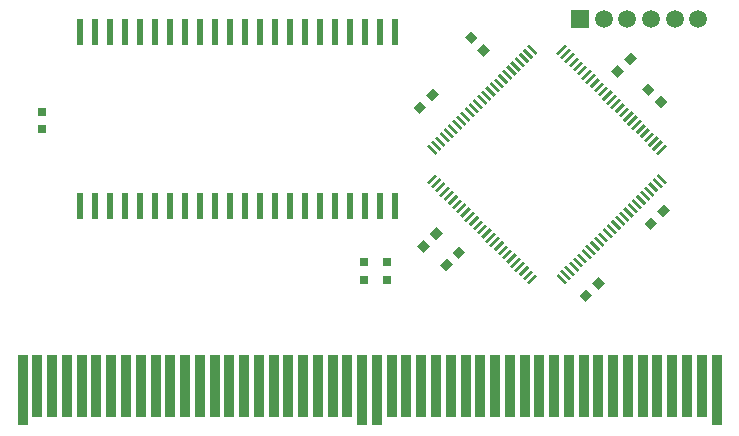
<source format=gbr>
%TF.GenerationSoftware,KiCad,Pcbnew,(5.99.0-1468-g7e1294a4b)*%
%TF.CreationDate,2020-09-06T10:14:52+02:00*%
%TF.ProjectId,WonderSwan_32MB,576f6e64-6572-4537-9761-6e5f33324d42,rev?*%
%TF.SameCoordinates,PX87734b0PY5d70e60*%
%TF.FileFunction,Paste,Top*%
%TF.FilePolarity,Positive*%
%FSLAX46Y46*%
G04 Gerber Fmt 4.6, Leading zero omitted, Abs format (unit mm)*
G04 Created by KiCad (PCBNEW (5.99.0-1468-g7e1294a4b)) date 2020-09-06 10:14:52*
%MOMM*%
%LPD*%
G01*
G04 APERTURE LIST*
%ADD10R,0.750000X0.800000*%
%ADD11R,0.600000X2.200000*%
%ADD12C,1.500000*%
%ADD13R,1.500000X1.500000*%
%ADD14R,0.850900X5.999480*%
%ADD15R,0.850900X5.250180*%
G04 APERTURE END LIST*
D10*
X-455000Y-8745000D03*
X-455000Y-7245000D03*
X-2430000Y-7245000D03*
X-2430000Y-8745000D03*
X-29705000Y4005000D03*
X-29705000Y5505000D03*
G36*
X2281992Y5321662D02*
G01*
X1751662Y5851992D01*
X2317348Y6417678D01*
X2847678Y5887348D01*
X2281992Y5321662D01*
G37*
G36*
X3342652Y6382322D02*
G01*
X2812322Y6912652D01*
X3378008Y7478338D01*
X3908338Y6948008D01*
X3342652Y6382322D01*
G37*
G36*
X7152322Y10742348D02*
G01*
X7682652Y11272678D01*
X8248338Y10706992D01*
X7718008Y10176662D01*
X7152322Y10742348D01*
G37*
G36*
X6091662Y11803008D02*
G01*
X6621992Y12333338D01*
X7187678Y11767652D01*
X6657348Y11237322D01*
X6091662Y11803008D01*
G37*
G36*
X20148008Y10538338D02*
G01*
X20678338Y10008008D01*
X20112652Y9442322D01*
X19582322Y9972652D01*
X20148008Y10538338D01*
G37*
G36*
X19087348Y9477678D02*
G01*
X19617678Y8947348D01*
X19051992Y8381662D01*
X18521662Y8911992D01*
X19087348Y9477678D01*
G37*
G36*
X22152322Y6357348D02*
G01*
X22682652Y6887678D01*
X23248338Y6321992D01*
X22718008Y5791662D01*
X22152322Y6357348D01*
G37*
G36*
X21091662Y7418008D02*
G01*
X21621992Y7948338D01*
X22187678Y7382652D01*
X21657348Y6852322D01*
X21091662Y7418008D01*
G37*
G36*
X22902652Y-3437678D02*
G01*
X22372322Y-2907348D01*
X22938008Y-2341662D01*
X23468338Y-2871992D01*
X22902652Y-3437678D01*
G37*
G36*
X21841992Y-4498338D02*
G01*
X21311662Y-3968008D01*
X21877348Y-3402322D01*
X22407678Y-3932652D01*
X21841992Y-4498338D01*
G37*
G36*
X16341992Y-10618338D02*
G01*
X15811662Y-10088008D01*
X16377348Y-9522322D01*
X16907678Y-10052652D01*
X16341992Y-10618338D01*
G37*
G36*
X17402652Y-9557678D02*
G01*
X16872322Y-9027348D01*
X17438008Y-8461662D01*
X17968338Y-8991992D01*
X17402652Y-9557678D01*
G37*
G36*
X4567348Y-6922322D02*
G01*
X5097678Y-7452652D01*
X4531992Y-8018338D01*
X4001662Y-7488008D01*
X4567348Y-6922322D01*
G37*
G36*
X5628008Y-5861662D02*
G01*
X6158338Y-6391992D01*
X5592652Y-6957678D01*
X5062322Y-6427348D01*
X5628008Y-5861662D01*
G37*
G36*
X22312624Y85133D02*
G01*
X22492229Y264738D01*
X23210650Y-453683D01*
X23031045Y-633288D01*
X22312624Y85133D01*
G37*
G36*
X13835262Y-8392229D02*
G01*
X14014867Y-8212624D01*
X14733288Y-8931045D01*
X14553683Y-9110650D01*
X13835262Y-8392229D01*
G37*
G36*
X14194473Y-8033019D02*
G01*
X14374078Y-7853414D01*
X15092499Y-8571835D01*
X14912894Y-8751440D01*
X14194473Y-8033019D01*
G37*
G36*
X14535722Y-7691769D02*
G01*
X14715327Y-7512164D01*
X15433748Y-8230585D01*
X15254143Y-8410190D01*
X14535722Y-7691769D01*
G37*
G36*
X14894933Y-7332559D02*
G01*
X15074538Y-7152954D01*
X15792959Y-7871375D01*
X15613354Y-8050980D01*
X14894933Y-7332559D01*
G37*
G36*
X15254143Y-6973349D02*
G01*
X15433748Y-6793744D01*
X16152169Y-7512165D01*
X15972564Y-7691770D01*
X15254143Y-6973349D01*
G37*
G36*
X15595393Y-6632099D02*
G01*
X15774998Y-6452494D01*
X16493419Y-7170915D01*
X16313814Y-7350520D01*
X15595393Y-6632099D01*
G37*
G36*
X15954603Y-6272889D02*
G01*
X16134208Y-6093284D01*
X16852629Y-6811705D01*
X16673024Y-6991310D01*
X15954603Y-6272889D01*
G37*
G36*
X16313813Y-5913678D02*
G01*
X16493418Y-5734073D01*
X17211839Y-6452494D01*
X17032234Y-6632099D01*
X16313813Y-5913678D01*
G37*
G36*
X16655063Y-5572429D02*
G01*
X16834668Y-5392824D01*
X17553089Y-6111245D01*
X17373484Y-6290850D01*
X16655063Y-5572429D01*
G37*
G36*
X17014273Y-5213218D02*
G01*
X17193878Y-5033613D01*
X17912299Y-5752034D01*
X17732694Y-5931639D01*
X17014273Y-5213218D01*
G37*
G36*
X17373483Y-4854008D02*
G01*
X17553088Y-4674403D01*
X18271509Y-5392824D01*
X18091904Y-5572429D01*
X17373483Y-4854008D01*
G37*
G36*
X17732694Y-4494798D02*
G01*
X17912299Y-4315193D01*
X18630720Y-5033614D01*
X18451115Y-5213219D01*
X17732694Y-4494798D01*
G37*
G36*
X18073943Y-4153548D02*
G01*
X18253548Y-3973943D01*
X18971969Y-4692364D01*
X18792364Y-4871969D01*
X18073943Y-4153548D01*
G37*
G36*
X18433153Y-3794338D02*
G01*
X18612758Y-3614733D01*
X19331179Y-4333154D01*
X19151574Y-4512759D01*
X18433153Y-3794338D01*
G37*
G36*
X18792364Y-3435128D02*
G01*
X18971969Y-3255523D01*
X19690390Y-3973944D01*
X19510785Y-4153549D01*
X18792364Y-3435128D01*
G37*
G36*
X19133613Y-3093878D02*
G01*
X19313218Y-2914273D01*
X20031639Y-3632694D01*
X19852034Y-3812299D01*
X19133613Y-3093878D01*
G37*
G36*
X19492824Y-2734668D02*
G01*
X19672429Y-2555063D01*
X20390850Y-3273484D01*
X20211245Y-3453089D01*
X19492824Y-2734668D01*
G37*
G36*
X19852034Y-2375458D02*
G01*
X20031639Y-2195853D01*
X20750060Y-2914274D01*
X20570455Y-3093879D01*
X19852034Y-2375458D01*
G37*
G36*
X20193284Y-2034208D02*
G01*
X20372889Y-1854603D01*
X21091310Y-2573024D01*
X20911705Y-2752629D01*
X20193284Y-2034208D01*
G37*
G36*
X20552494Y-1674998D02*
G01*
X20732099Y-1495393D01*
X21450520Y-2213814D01*
X21270915Y-2393419D01*
X20552494Y-1674998D01*
G37*
G36*
X20911704Y-1315787D02*
G01*
X21091309Y-1136182D01*
X21809730Y-1854603D01*
X21630125Y-2034208D01*
X20911704Y-1315787D01*
G37*
G36*
X21252954Y-974538D02*
G01*
X21432559Y-794933D01*
X22150980Y-1513354D01*
X21971375Y-1692959D01*
X21252954Y-974538D01*
G37*
G36*
X21612164Y-615327D02*
G01*
X21791769Y-435722D01*
X22510190Y-1154143D01*
X22330585Y-1333748D01*
X21612164Y-615327D01*
G37*
G36*
X21971374Y-256117D02*
G01*
X22150979Y-76512D01*
X22869400Y-794933D01*
X22689795Y-974538D01*
X21971374Y-256117D01*
G37*
G36*
X11356712Y-8931045D02*
G01*
X12075133Y-8212624D01*
X12254738Y-8392229D01*
X11536317Y-9110650D01*
X11356712Y-8931045D01*
G37*
G36*
X2879350Y-453683D02*
G01*
X3597771Y264738D01*
X3777376Y85133D01*
X3058955Y-633288D01*
X2879350Y-453683D01*
G37*
G36*
X3238560Y-812894D02*
G01*
X3956981Y-94473D01*
X4136586Y-274078D01*
X3418165Y-992499D01*
X3238560Y-812894D01*
G37*
G36*
X3579810Y-1154143D02*
G01*
X4298231Y-435722D01*
X4477836Y-615327D01*
X3759415Y-1333748D01*
X3579810Y-1154143D01*
G37*
G36*
X3939020Y-1513354D02*
G01*
X4657441Y-794933D01*
X4837046Y-974538D01*
X4118625Y-1692959D01*
X3939020Y-1513354D01*
G37*
G36*
X4298230Y-1872564D02*
G01*
X5016651Y-1154143D01*
X5196256Y-1333748D01*
X4477835Y-2052169D01*
X4298230Y-1872564D01*
G37*
G36*
X4639480Y-2213814D02*
G01*
X5357901Y-1495393D01*
X5537506Y-1674998D01*
X4819085Y-2393419D01*
X4639480Y-2213814D01*
G37*
G36*
X4998690Y-2573024D02*
G01*
X5717111Y-1854603D01*
X5896716Y-2034208D01*
X5178295Y-2752629D01*
X4998690Y-2573024D01*
G37*
G36*
X5357901Y-2932234D02*
G01*
X6076322Y-2213813D01*
X6255927Y-2393418D01*
X5537506Y-3111839D01*
X5357901Y-2932234D01*
G37*
G36*
X5699150Y-3273484D02*
G01*
X6417571Y-2555063D01*
X6597176Y-2734668D01*
X5878755Y-3453089D01*
X5699150Y-3273484D01*
G37*
G36*
X6058361Y-3632694D02*
G01*
X6776782Y-2914273D01*
X6956387Y-3093878D01*
X6237966Y-3812299D01*
X6058361Y-3632694D01*
G37*
G36*
X6417571Y-3991904D02*
G01*
X7135992Y-3273483D01*
X7315597Y-3453088D01*
X6597176Y-4171509D01*
X6417571Y-3991904D01*
G37*
G36*
X6776781Y-4351115D02*
G01*
X7495202Y-3632694D01*
X7674807Y-3812299D01*
X6956386Y-4530720D01*
X6776781Y-4351115D01*
G37*
G36*
X7118031Y-4692364D02*
G01*
X7836452Y-3973943D01*
X8016057Y-4153548D01*
X7297636Y-4871969D01*
X7118031Y-4692364D01*
G37*
G36*
X7477241Y-5051574D02*
G01*
X8195662Y-4333153D01*
X8375267Y-4512758D01*
X7656846Y-5231179D01*
X7477241Y-5051574D01*
G37*
G36*
X7836451Y-5410785D02*
G01*
X8554872Y-4692364D01*
X8734477Y-4871969D01*
X8016056Y-5590390D01*
X7836451Y-5410785D01*
G37*
G36*
X8177701Y-5752034D02*
G01*
X8896122Y-5033613D01*
X9075727Y-5213218D01*
X8357306Y-5931639D01*
X8177701Y-5752034D01*
G37*
G36*
X8536911Y-6111245D02*
G01*
X9255332Y-5392824D01*
X9434937Y-5572429D01*
X8716516Y-6290850D01*
X8536911Y-6111245D01*
G37*
G36*
X8896121Y-6470455D02*
G01*
X9614542Y-5752034D01*
X9794147Y-5931639D01*
X9075726Y-6650060D01*
X8896121Y-6470455D01*
G37*
G36*
X9237371Y-6811705D02*
G01*
X9955792Y-6093284D01*
X10135397Y-6272889D01*
X9416976Y-6991310D01*
X9237371Y-6811705D01*
G37*
G36*
X9596581Y-7170915D02*
G01*
X10315002Y-6452494D01*
X10494607Y-6632099D01*
X9776186Y-7350520D01*
X9596581Y-7170915D01*
G37*
G36*
X9955792Y-7530125D02*
G01*
X10674213Y-6811704D01*
X10853818Y-6991309D01*
X10135397Y-7709730D01*
X9955792Y-7530125D01*
G37*
G36*
X10297041Y-7871375D02*
G01*
X11015462Y-7152954D01*
X11195067Y-7332559D01*
X10476646Y-8050980D01*
X10297041Y-7871375D01*
G37*
G36*
X10656252Y-8230585D02*
G01*
X11374673Y-7512164D01*
X11554278Y-7691769D01*
X10835857Y-8410190D01*
X10656252Y-8230585D01*
G37*
G36*
X11015462Y-8589795D02*
G01*
X11733883Y-7871374D01*
X11913488Y-8050979D01*
X11195067Y-8769400D01*
X11015462Y-8589795D01*
G37*
G36*
X22312624Y2024867D02*
G01*
X23031045Y2743288D01*
X23210650Y2563683D01*
X22492229Y1845262D01*
X22312624Y2024867D01*
G37*
G36*
X21953414Y2384078D02*
G01*
X22671835Y3102499D01*
X22851440Y2922894D01*
X22133019Y2204473D01*
X21953414Y2384078D01*
G37*
G36*
X21612164Y2725327D02*
G01*
X22330585Y3443748D01*
X22510190Y3264143D01*
X21791769Y2545722D01*
X21612164Y2725327D01*
G37*
G36*
X21252954Y3084538D02*
G01*
X21971375Y3802959D01*
X22150980Y3623354D01*
X21432559Y2904933D01*
X21252954Y3084538D01*
G37*
G36*
X20893744Y3443748D02*
G01*
X21612165Y4162169D01*
X21791770Y3982564D01*
X21073349Y3264143D01*
X20893744Y3443748D01*
G37*
G36*
X20552494Y3784998D02*
G01*
X21270915Y4503419D01*
X21450520Y4323814D01*
X20732099Y3605393D01*
X20552494Y3784998D01*
G37*
G36*
X20193284Y4144208D02*
G01*
X20911705Y4862629D01*
X21091310Y4683024D01*
X20372889Y3964603D01*
X20193284Y4144208D01*
G37*
G36*
X19834073Y4503418D02*
G01*
X20552494Y5221839D01*
X20732099Y5042234D01*
X20013678Y4323813D01*
X19834073Y4503418D01*
G37*
G36*
X19492824Y4844668D02*
G01*
X20211245Y5563089D01*
X20390850Y5383484D01*
X19672429Y4665063D01*
X19492824Y4844668D01*
G37*
G36*
X19133613Y5203878D02*
G01*
X19852034Y5922299D01*
X20031639Y5742694D01*
X19313218Y5024273D01*
X19133613Y5203878D01*
G37*
G36*
X18774403Y5563088D02*
G01*
X19492824Y6281509D01*
X19672429Y6101904D01*
X18954008Y5383483D01*
X18774403Y5563088D01*
G37*
G36*
X18415193Y5922299D02*
G01*
X19133614Y6640720D01*
X19313219Y6461115D01*
X18594798Y5742694D01*
X18415193Y5922299D01*
G37*
G36*
X18073943Y6263548D02*
G01*
X18792364Y6981969D01*
X18971969Y6802364D01*
X18253548Y6083943D01*
X18073943Y6263548D01*
G37*
G36*
X17714733Y6622758D02*
G01*
X18433154Y7341179D01*
X18612759Y7161574D01*
X17894338Y6443153D01*
X17714733Y6622758D01*
G37*
G36*
X17355523Y6981969D02*
G01*
X18073944Y7700390D01*
X18253549Y7520785D01*
X17535128Y6802364D01*
X17355523Y6981969D01*
G37*
G36*
X17014273Y7323218D02*
G01*
X17732694Y8041639D01*
X17912299Y7862034D01*
X17193878Y7143613D01*
X17014273Y7323218D01*
G37*
G36*
X16655063Y7682429D02*
G01*
X17373484Y8400850D01*
X17553089Y8221245D01*
X16834668Y7502824D01*
X16655063Y7682429D01*
G37*
G36*
X16295853Y8041639D02*
G01*
X17014274Y8760060D01*
X17193879Y8580455D01*
X16475458Y7862034D01*
X16295853Y8041639D01*
G37*
G36*
X15954603Y8382889D02*
G01*
X16673024Y9101310D01*
X16852629Y8921705D01*
X16134208Y8203284D01*
X15954603Y8382889D01*
G37*
G36*
X15595393Y8742099D02*
G01*
X16313814Y9460520D01*
X16493419Y9280915D01*
X15774998Y8562494D01*
X15595393Y8742099D01*
G37*
G36*
X15236182Y9101309D02*
G01*
X15954603Y9819730D01*
X16134208Y9640125D01*
X15415787Y8921704D01*
X15236182Y9101309D01*
G37*
G36*
X14894933Y9442559D02*
G01*
X15613354Y10160980D01*
X15792959Y9981375D01*
X15074538Y9262954D01*
X14894933Y9442559D01*
G37*
G36*
X14535722Y9801769D02*
G01*
X15254143Y10520190D01*
X15433748Y10340585D01*
X14715327Y9622164D01*
X14535722Y9801769D01*
G37*
G36*
X14176512Y10160979D02*
G01*
X14894933Y10879400D01*
X15074538Y10699795D01*
X14356117Y9981374D01*
X14176512Y10160979D01*
G37*
G36*
X13835262Y10502229D02*
G01*
X14553683Y11220650D01*
X14733288Y11041045D01*
X14014867Y10322624D01*
X13835262Y10502229D01*
G37*
G36*
X11356712Y11041045D02*
G01*
X11536317Y11220650D01*
X12254738Y10502229D01*
X12075133Y10322624D01*
X11356712Y11041045D01*
G37*
G36*
X10997501Y10681835D02*
G01*
X11177106Y10861440D01*
X11895527Y10143019D01*
X11715922Y9963414D01*
X10997501Y10681835D01*
G37*
G36*
X10656252Y10340585D02*
G01*
X10835857Y10520190D01*
X11554278Y9801769D01*
X11374673Y9622164D01*
X10656252Y10340585D01*
G37*
G36*
X10297041Y9981375D02*
G01*
X10476646Y10160980D01*
X11195067Y9442559D01*
X11015462Y9262954D01*
X10297041Y9981375D01*
G37*
G36*
X9937831Y9622165D02*
G01*
X10117436Y9801770D01*
X10835857Y9083349D01*
X10656252Y8903744D01*
X9937831Y9622165D01*
G37*
G36*
X9596581Y9280915D02*
G01*
X9776186Y9460520D01*
X10494607Y8742099D01*
X10315002Y8562494D01*
X9596581Y9280915D01*
G37*
G36*
X9237371Y8921705D02*
G01*
X9416976Y9101310D01*
X10135397Y8382889D01*
X9955792Y8203284D01*
X9237371Y8921705D01*
G37*
G36*
X8878161Y8562494D02*
G01*
X9057766Y8742099D01*
X9776187Y8023678D01*
X9596582Y7844073D01*
X8878161Y8562494D01*
G37*
G36*
X8536911Y8221245D02*
G01*
X8716516Y8400850D01*
X9434937Y7682429D01*
X9255332Y7502824D01*
X8536911Y8221245D01*
G37*
G36*
X8177701Y7862034D02*
G01*
X8357306Y8041639D01*
X9075727Y7323218D01*
X8896122Y7143613D01*
X8177701Y7862034D01*
G37*
G36*
X7818491Y7502824D02*
G01*
X7998096Y7682429D01*
X8716517Y6964008D01*
X8536912Y6784403D01*
X7818491Y7502824D01*
G37*
G36*
X7459280Y7143614D02*
G01*
X7638885Y7323219D01*
X8357306Y6604798D01*
X8177701Y6425193D01*
X7459280Y7143614D01*
G37*
G36*
X7118031Y6802364D02*
G01*
X7297636Y6981969D01*
X8016057Y6263548D01*
X7836452Y6083943D01*
X7118031Y6802364D01*
G37*
G36*
X6758821Y6443154D02*
G01*
X6938426Y6622759D01*
X7656847Y5904338D01*
X7477242Y5724733D01*
X6758821Y6443154D01*
G37*
G36*
X6399610Y6083944D02*
G01*
X6579215Y6263549D01*
X7297636Y5545128D01*
X7118031Y5365523D01*
X6399610Y6083944D01*
G37*
G36*
X6058361Y5742694D02*
G01*
X6237966Y5922299D01*
X6956387Y5203878D01*
X6776782Y5024273D01*
X6058361Y5742694D01*
G37*
G36*
X5699150Y5383484D02*
G01*
X5878755Y5563089D01*
X6597176Y4844668D01*
X6417571Y4665063D01*
X5699150Y5383484D01*
G37*
G36*
X5339940Y5024274D02*
G01*
X5519545Y5203879D01*
X6237966Y4485458D01*
X6058361Y4305853D01*
X5339940Y5024274D01*
G37*
G36*
X4998690Y4683024D02*
G01*
X5178295Y4862629D01*
X5896716Y4144208D01*
X5717111Y3964603D01*
X4998690Y4683024D01*
G37*
G36*
X4639480Y4323814D02*
G01*
X4819085Y4503419D01*
X5537506Y3784998D01*
X5357901Y3605393D01*
X4639480Y4323814D01*
G37*
G36*
X4280270Y3964603D02*
G01*
X4459875Y4144208D01*
X5178296Y3425787D01*
X4998691Y3246182D01*
X4280270Y3964603D01*
G37*
G36*
X3939020Y3623354D02*
G01*
X4118625Y3802959D01*
X4837046Y3084538D01*
X4657441Y2904933D01*
X3939020Y3623354D01*
G37*
G36*
X3579810Y3264143D02*
G01*
X3759415Y3443748D01*
X4477836Y2725327D01*
X4298231Y2545722D01*
X3579810Y3264143D01*
G37*
G36*
X3220600Y2904933D02*
G01*
X3400205Y3084538D01*
X4118626Y2366117D01*
X3939021Y2186512D01*
X3220600Y2904933D01*
G37*
G36*
X2879350Y2563683D02*
G01*
X3058955Y2743288D01*
X3777376Y2024867D01*
X3597771Y1845262D01*
X2879350Y2563683D01*
G37*
D11*
X-26440000Y12220000D03*
X-25170000Y12220000D03*
X-23900000Y12220000D03*
X-22630000Y12220000D03*
X-21360000Y12220000D03*
X-20090000Y12220000D03*
X-18820000Y12220000D03*
X-17550000Y12220000D03*
X-16280000Y12220000D03*
X-15010000Y12220000D03*
X-13740000Y12220000D03*
X-12470000Y12220000D03*
X-11200000Y12220000D03*
X-9930000Y12220000D03*
X-8660000Y12220000D03*
X-7390000Y12220000D03*
X-6120000Y12220000D03*
X-4850000Y12220000D03*
X-3580000Y12220000D03*
X-2310000Y12220000D03*
X-1040000Y12220000D03*
X230000Y12220000D03*
X230000Y-2460000D03*
X-1040000Y-2460000D03*
X-2310000Y-2460000D03*
X-3580000Y-2460000D03*
X-4850000Y-2460000D03*
X-6120000Y-2460000D03*
X-7390000Y-2460000D03*
X-8660000Y-2460000D03*
X-17550000Y-2460000D03*
X-15010000Y-2460000D03*
X-18820000Y-2460000D03*
X-21360000Y-2460000D03*
X-16280000Y-2460000D03*
X-20090000Y-2460000D03*
X-13740000Y-2460000D03*
X-12470000Y-2460000D03*
X-9930000Y-2460000D03*
X-22630000Y-2460000D03*
X-23900000Y-2460000D03*
X-26440000Y-2460000D03*
X-11200000Y-2460000D03*
X-25170000Y-2460000D03*
D12*
X25880000Y13370000D03*
X23880000Y13370000D03*
X21880000Y13370000D03*
X19880000Y13370000D03*
X17880000Y13370000D03*
D13*
X15880000Y13370000D03*
D14*
X-31330000Y-18070620D03*
D15*
X-30080320Y-17689620D03*
X-28830640Y-17689620D03*
X-27580960Y-17689620D03*
D14*
X-2579740Y-18070620D03*
X-1330060Y-18070620D03*
X27420200Y-18070620D03*
D15*
X-26331280Y-17689620D03*
X-25079060Y-17689620D03*
X-23829380Y-17689620D03*
X-22579700Y-17689620D03*
X-21330020Y-17689620D03*
X-20080340Y-17689620D03*
X-18830660Y-17689620D03*
X-17580980Y-17689620D03*
X-16331300Y-17689620D03*
X-15079080Y-17689620D03*
X-13829400Y-17689620D03*
X-12579720Y-17689620D03*
X-11330040Y-17689620D03*
X-10080360Y-17689620D03*
X-8830680Y-17689620D03*
X-7581000Y-17689620D03*
X-6331320Y-17689620D03*
X-5081640Y-17689620D03*
X-3831960Y-17689620D03*
X-80380Y-17689620D03*
X1169300Y-17689620D03*
X2418980Y-17689620D03*
X3668660Y-17689620D03*
X4918340Y-17689620D03*
X6168020Y-17689620D03*
X7420240Y-17689620D03*
X8669920Y-17689620D03*
X9919600Y-17689620D03*
X11169280Y-17689620D03*
X12418960Y-17689620D03*
X13668640Y-17689620D03*
X14918320Y-17689620D03*
X16168000Y-17689620D03*
X17420220Y-17689620D03*
X18669900Y-17689620D03*
X19919580Y-17689620D03*
X21169260Y-17689620D03*
X22418940Y-17689620D03*
X23668620Y-17689620D03*
X24918300Y-17689620D03*
X26167980Y-17689620D03*
G36*
X2611992Y-6428338D02*
G01*
X2081662Y-5898008D01*
X2647348Y-5332322D01*
X3177678Y-5862652D01*
X2611992Y-6428338D01*
G37*
G36*
X3672652Y-5367678D02*
G01*
X3142322Y-4837348D01*
X3708008Y-4271662D01*
X4238338Y-4801992D01*
X3672652Y-5367678D01*
G37*
M02*

</source>
